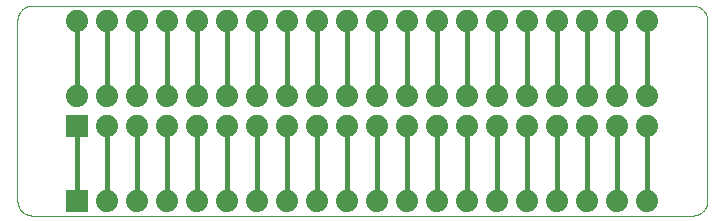
<source format=gtl>
G75*
%MOIN*%
%OFA0B0*%
%FSLAX25Y25*%
%IPPOS*%
%LPD*%
%AMOC8*
5,1,8,0,0,1.08239X$1,22.5*
%
%ADD10C,0.00100*%
%ADD11C,0.00000*%
%ADD12C,0.07400*%
%ADD13R,0.07400X0.07400*%
%ADD14C,0.01600*%
D10*
X0008000Y0001883D02*
X0228000Y0001883D01*
X0233000Y0006883D02*
X0233000Y0066883D01*
X0232998Y0067023D01*
X0232992Y0067163D01*
X0232982Y0067303D01*
X0232969Y0067443D01*
X0232951Y0067582D01*
X0232929Y0067721D01*
X0232904Y0067858D01*
X0232875Y0067996D01*
X0232842Y0068132D01*
X0232805Y0068267D01*
X0232764Y0068401D01*
X0232719Y0068534D01*
X0232671Y0068666D01*
X0232619Y0068796D01*
X0232564Y0068925D01*
X0232505Y0069052D01*
X0232442Y0069178D01*
X0232376Y0069302D01*
X0232307Y0069423D01*
X0232234Y0069543D01*
X0232157Y0069661D01*
X0232078Y0069776D01*
X0231995Y0069890D01*
X0231909Y0070000D01*
X0231820Y0070109D01*
X0231728Y0070215D01*
X0231633Y0070318D01*
X0231536Y0070419D01*
X0231435Y0070516D01*
X0231332Y0070611D01*
X0231226Y0070703D01*
X0231117Y0070792D01*
X0231007Y0070878D01*
X0230893Y0070961D01*
X0230778Y0071040D01*
X0230660Y0071117D01*
X0230540Y0071190D01*
X0230419Y0071259D01*
X0230295Y0071325D01*
X0230169Y0071388D01*
X0230042Y0071447D01*
X0229913Y0071502D01*
X0229783Y0071554D01*
X0229651Y0071602D01*
X0229518Y0071647D01*
X0229384Y0071688D01*
X0229249Y0071725D01*
X0229113Y0071758D01*
X0228975Y0071787D01*
X0228838Y0071812D01*
X0228699Y0071834D01*
X0228560Y0071852D01*
X0228420Y0071865D01*
X0228280Y0071875D01*
X0228140Y0071881D01*
X0228000Y0071883D01*
X0008000Y0071883D01*
X0007860Y0071881D01*
X0007720Y0071875D01*
X0007580Y0071865D01*
X0007440Y0071852D01*
X0007301Y0071834D01*
X0007162Y0071812D01*
X0007025Y0071787D01*
X0006887Y0071758D01*
X0006751Y0071725D01*
X0006616Y0071688D01*
X0006482Y0071647D01*
X0006349Y0071602D01*
X0006217Y0071554D01*
X0006087Y0071502D01*
X0005958Y0071447D01*
X0005831Y0071388D01*
X0005705Y0071325D01*
X0005581Y0071259D01*
X0005460Y0071190D01*
X0005340Y0071117D01*
X0005222Y0071040D01*
X0005107Y0070961D01*
X0004993Y0070878D01*
X0004883Y0070792D01*
X0004774Y0070703D01*
X0004668Y0070611D01*
X0004565Y0070516D01*
X0004464Y0070419D01*
X0004367Y0070318D01*
X0004272Y0070215D01*
X0004180Y0070109D01*
X0004091Y0070000D01*
X0004005Y0069890D01*
X0003922Y0069776D01*
X0003843Y0069661D01*
X0003766Y0069543D01*
X0003693Y0069423D01*
X0003624Y0069302D01*
X0003558Y0069178D01*
X0003495Y0069052D01*
X0003436Y0068925D01*
X0003381Y0068796D01*
X0003329Y0068666D01*
X0003281Y0068534D01*
X0003236Y0068401D01*
X0003195Y0068267D01*
X0003158Y0068132D01*
X0003125Y0067996D01*
X0003096Y0067858D01*
X0003071Y0067721D01*
X0003049Y0067582D01*
X0003031Y0067443D01*
X0003018Y0067303D01*
X0003008Y0067163D01*
X0003002Y0067023D01*
X0003000Y0066883D01*
X0003000Y0006883D01*
X0003002Y0006743D01*
X0003008Y0006603D01*
X0003018Y0006463D01*
X0003031Y0006323D01*
X0003049Y0006184D01*
X0003071Y0006045D01*
X0003096Y0005908D01*
X0003125Y0005770D01*
X0003158Y0005634D01*
X0003195Y0005499D01*
X0003236Y0005365D01*
X0003281Y0005232D01*
X0003329Y0005100D01*
X0003381Y0004970D01*
X0003436Y0004841D01*
X0003495Y0004714D01*
X0003558Y0004588D01*
X0003624Y0004464D01*
X0003693Y0004343D01*
X0003766Y0004223D01*
X0003843Y0004105D01*
X0003922Y0003990D01*
X0004005Y0003876D01*
X0004091Y0003766D01*
X0004180Y0003657D01*
X0004272Y0003551D01*
X0004367Y0003448D01*
X0004464Y0003347D01*
X0004565Y0003250D01*
X0004668Y0003155D01*
X0004774Y0003063D01*
X0004883Y0002974D01*
X0004993Y0002888D01*
X0005107Y0002805D01*
X0005222Y0002726D01*
X0005340Y0002649D01*
X0005460Y0002576D01*
X0005581Y0002507D01*
X0005705Y0002441D01*
X0005831Y0002378D01*
X0005958Y0002319D01*
X0006087Y0002264D01*
X0006217Y0002212D01*
X0006349Y0002164D01*
X0006482Y0002119D01*
X0006616Y0002078D01*
X0006751Y0002041D01*
X0006887Y0002008D01*
X0007025Y0001979D01*
X0007162Y0001954D01*
X0007301Y0001932D01*
X0007440Y0001914D01*
X0007580Y0001901D01*
X0007720Y0001891D01*
X0007860Y0001885D01*
X0008000Y0001883D01*
D11*
X0228000Y0001883D02*
X0228140Y0001885D01*
X0228280Y0001891D01*
X0228420Y0001901D01*
X0228560Y0001914D01*
X0228699Y0001932D01*
X0228838Y0001954D01*
X0228975Y0001979D01*
X0229113Y0002008D01*
X0229249Y0002041D01*
X0229384Y0002078D01*
X0229518Y0002119D01*
X0229651Y0002164D01*
X0229783Y0002212D01*
X0229913Y0002264D01*
X0230042Y0002319D01*
X0230169Y0002378D01*
X0230295Y0002441D01*
X0230419Y0002507D01*
X0230540Y0002576D01*
X0230660Y0002649D01*
X0230778Y0002726D01*
X0230893Y0002805D01*
X0231007Y0002888D01*
X0231117Y0002974D01*
X0231226Y0003063D01*
X0231332Y0003155D01*
X0231435Y0003250D01*
X0231536Y0003347D01*
X0231633Y0003448D01*
X0231728Y0003551D01*
X0231820Y0003657D01*
X0231909Y0003766D01*
X0231995Y0003876D01*
X0232078Y0003990D01*
X0232157Y0004105D01*
X0232234Y0004223D01*
X0232307Y0004343D01*
X0232376Y0004464D01*
X0232442Y0004588D01*
X0232505Y0004714D01*
X0232564Y0004841D01*
X0232619Y0004970D01*
X0232671Y0005100D01*
X0232719Y0005232D01*
X0232764Y0005365D01*
X0232805Y0005499D01*
X0232842Y0005634D01*
X0232875Y0005770D01*
X0232904Y0005908D01*
X0232929Y0006045D01*
X0232951Y0006184D01*
X0232969Y0006323D01*
X0232982Y0006463D01*
X0232992Y0006603D01*
X0232998Y0006743D01*
X0233000Y0006883D01*
D12*
X0213000Y0006883D03*
X0203000Y0006883D03*
X0193000Y0006883D03*
X0183000Y0006883D03*
X0173000Y0006883D03*
X0163000Y0006883D03*
X0153000Y0006883D03*
X0143000Y0006883D03*
X0133000Y0006883D03*
X0123000Y0006883D03*
X0113000Y0006883D03*
X0103000Y0006883D03*
X0093000Y0006883D03*
X0083000Y0006883D03*
X0073000Y0006883D03*
X0063000Y0006883D03*
X0053000Y0006883D03*
X0043000Y0006883D03*
X0033000Y0006883D03*
X0033000Y0031633D03*
X0043000Y0031633D03*
X0053000Y0031633D03*
X0063000Y0031633D03*
X0073000Y0031633D03*
X0083000Y0031633D03*
X0093000Y0031633D03*
X0103000Y0031633D03*
X0113000Y0031633D03*
X0123000Y0031633D03*
X0133000Y0031633D03*
X0143000Y0031633D03*
X0153000Y0031633D03*
X0163000Y0031633D03*
X0173000Y0031633D03*
X0183000Y0031633D03*
X0193000Y0031633D03*
X0203000Y0031633D03*
X0213000Y0031633D03*
X0213000Y0041633D03*
X0203000Y0041633D03*
X0193000Y0041633D03*
X0183000Y0041633D03*
X0173000Y0041633D03*
X0163000Y0041633D03*
X0153000Y0041633D03*
X0143000Y0041633D03*
X0133000Y0041633D03*
X0123000Y0041633D03*
X0113000Y0041633D03*
X0103000Y0041633D03*
X0093000Y0041633D03*
X0083000Y0041633D03*
X0073000Y0041633D03*
X0063000Y0041633D03*
X0053000Y0041633D03*
X0043000Y0041633D03*
X0033000Y0041633D03*
X0023000Y0041633D03*
X0023000Y0066883D03*
X0033000Y0066883D03*
X0043000Y0066883D03*
X0053000Y0066883D03*
X0063000Y0066883D03*
X0073000Y0066883D03*
X0083000Y0066883D03*
X0093000Y0066883D03*
X0103000Y0066883D03*
X0113000Y0066883D03*
X0123000Y0066883D03*
X0133000Y0066883D03*
X0143000Y0066883D03*
X0153000Y0066883D03*
X0163000Y0066883D03*
X0173000Y0066883D03*
X0183000Y0066883D03*
X0193000Y0066883D03*
X0203000Y0066883D03*
X0213000Y0066883D03*
D13*
X0023000Y0031633D03*
X0023000Y0006883D03*
D14*
X0023000Y0031633D01*
X0033000Y0031633D02*
X0033000Y0006883D01*
X0043000Y0006883D02*
X0043000Y0031633D01*
X0053000Y0031633D02*
X0053000Y0006883D01*
X0063000Y0006883D02*
X0063000Y0031633D01*
X0073000Y0031633D02*
X0073000Y0006883D01*
X0083000Y0006883D02*
X0083000Y0031633D01*
X0093000Y0031633D02*
X0093000Y0006883D01*
X0103000Y0006883D02*
X0103000Y0031633D01*
X0113000Y0031633D02*
X0113000Y0006883D01*
X0123000Y0006883D02*
X0123000Y0031633D01*
X0133000Y0031633D02*
X0133000Y0006883D01*
X0143000Y0006883D02*
X0143000Y0031633D01*
X0153000Y0031633D02*
X0153000Y0006883D01*
X0163000Y0006883D02*
X0163000Y0031633D01*
X0173000Y0031633D02*
X0173000Y0006883D01*
X0183000Y0006883D02*
X0183000Y0031633D01*
X0193000Y0031633D02*
X0193000Y0006883D01*
X0203000Y0006883D02*
X0203000Y0031633D01*
X0213000Y0031633D02*
X0213000Y0006883D01*
X0213000Y0041633D02*
X0213000Y0066883D01*
X0203000Y0066883D02*
X0203000Y0041633D01*
X0193000Y0041633D02*
X0193000Y0066883D01*
X0183000Y0066883D02*
X0183000Y0041633D01*
X0173000Y0041633D02*
X0173000Y0066883D01*
X0163000Y0066883D02*
X0163000Y0041633D01*
X0153000Y0041633D02*
X0153000Y0066883D01*
X0143000Y0066883D02*
X0143000Y0041633D01*
X0133000Y0041633D02*
X0133000Y0066883D01*
X0123000Y0066883D02*
X0123000Y0041633D01*
X0113000Y0041633D02*
X0113000Y0066883D01*
X0103000Y0066883D02*
X0103000Y0041633D01*
X0093000Y0041633D02*
X0093000Y0066883D01*
X0083000Y0066883D02*
X0083000Y0041633D01*
X0073000Y0041633D02*
X0073000Y0066883D01*
X0063000Y0066883D02*
X0063000Y0041633D01*
X0053000Y0041633D02*
X0053000Y0066883D01*
X0043000Y0066883D02*
X0043000Y0041633D01*
X0033000Y0041633D02*
X0033000Y0066883D01*
X0023000Y0066883D02*
X0023000Y0041633D01*
M02*

</source>
